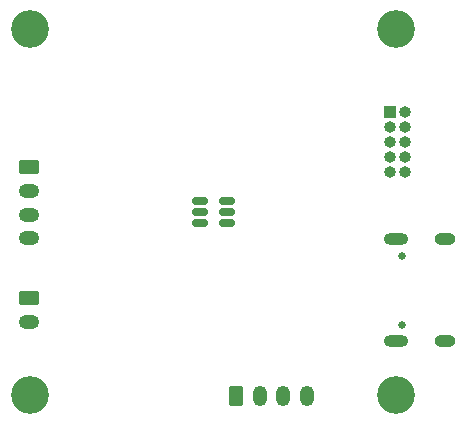
<source format=gbr>
%TF.GenerationSoftware,KiCad,Pcbnew,7.0.6*%
%TF.CreationDate,2024-06-25T21:47:37-04:00*%
%TF.ProjectId,Axis_Basic,41786973-5f42-4617-9369-632e6b696361,rev?*%
%TF.SameCoordinates,Original*%
%TF.FileFunction,Soldermask,Bot*%
%TF.FilePolarity,Negative*%
%FSLAX46Y46*%
G04 Gerber Fmt 4.6, Leading zero omitted, Abs format (unit mm)*
G04 Created by KiCad (PCBNEW 7.0.6) date 2024-06-25 21:47:37*
%MOMM*%
%LPD*%
G01*
G04 APERTURE LIST*
G04 Aperture macros list*
%AMRoundRect*
0 Rectangle with rounded corners*
0 $1 Rounding radius*
0 $2 $3 $4 $5 $6 $7 $8 $9 X,Y pos of 4 corners*
0 Add a 4 corners polygon primitive as box body*
4,1,4,$2,$3,$4,$5,$6,$7,$8,$9,$2,$3,0*
0 Add four circle primitives for the rounded corners*
1,1,$1+$1,$2,$3*
1,1,$1+$1,$4,$5*
1,1,$1+$1,$6,$7*
1,1,$1+$1,$8,$9*
0 Add four rect primitives between the rounded corners*
20,1,$1+$1,$2,$3,$4,$5,0*
20,1,$1+$1,$4,$5,$6,$7,0*
20,1,$1+$1,$6,$7,$8,$9,0*
20,1,$1+$1,$8,$9,$2,$3,0*%
G04 Aperture macros list end*
%ADD10R,1.000000X1.000000*%
%ADD11O,1.000000X1.000000*%
%ADD12RoundRect,0.250000X-0.625000X0.350000X-0.625000X-0.350000X0.625000X-0.350000X0.625000X0.350000X0*%
%ADD13O,1.750000X1.200000*%
%ADD14RoundRect,0.250000X-0.350000X-0.625000X0.350000X-0.625000X0.350000X0.625000X-0.350000X0.625000X0*%
%ADD15O,1.200000X1.750000*%
%ADD16C,3.200000*%
%ADD17C,0.650000*%
%ADD18O,2.100000X1.000000*%
%ADD19O,1.800000X1.000000*%
%ADD20RoundRect,0.150000X-0.512500X-0.150000X0.512500X-0.150000X0.512500X0.150000X-0.512500X0.150000X0*%
G04 APERTURE END LIST*
D10*
%TO.C,J5*%
X165000000Y-91525000D03*
D11*
X166270000Y-91525000D03*
X165000000Y-92795000D03*
X166270000Y-92795000D03*
X165000000Y-94065000D03*
X166270000Y-94065000D03*
X165000000Y-95335000D03*
X166270000Y-95335000D03*
X165000000Y-96605000D03*
X166270000Y-96605000D03*
%TD*%
D12*
%TO.C,J4*%
X134450000Y-107300000D03*
D13*
X134450000Y-109300000D03*
%TD*%
D14*
%TO.C,J3*%
X151950000Y-115550000D03*
D15*
X153950000Y-115550000D03*
X155950000Y-115550000D03*
X157950000Y-115550000D03*
%TD*%
D16*
%TO.C,H1*%
X165500000Y-115500000D03*
%TD*%
D12*
%TO.C,J2*%
X134432353Y-96229412D03*
D13*
X134432353Y-98229412D03*
X134432353Y-100229412D03*
X134432353Y-102229412D03*
%TD*%
D16*
%TO.C,H4*%
X165500000Y-84500000D03*
%TD*%
%TO.C,H3*%
X134500000Y-84500000D03*
%TD*%
D17*
%TO.C,J1*%
X165995000Y-109540000D03*
X165995000Y-103760000D03*
D18*
X165495000Y-110970000D03*
D19*
X169675000Y-110970000D03*
D18*
X165495000Y-102330000D03*
D19*
X169675000Y-102330000D03*
%TD*%
D16*
%TO.C,H2*%
X134500000Y-115500000D03*
%TD*%
D20*
%TO.C,U1*%
X148862500Y-100950000D03*
X148862500Y-100000000D03*
X148862500Y-99050000D03*
X151137500Y-99050000D03*
X151137500Y-100000000D03*
X151137500Y-100950000D03*
%TD*%
M02*

</source>
